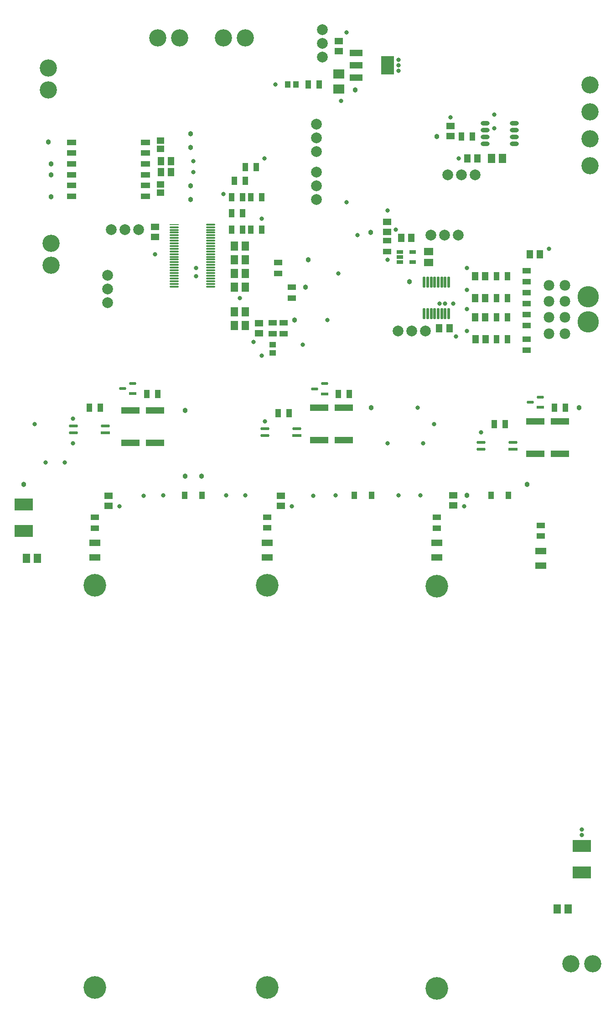
<source format=gts>
G04*
G04 #@! TF.GenerationSoftware,Altium Limited,Altium Designer,23.3.1 (30)*
G04*
G04 Layer_Color=8388736*
%FSLAX25Y25*%
%MOIN*%
G70*
G04*
G04 #@! TF.SameCoordinates,B9ADD834-6C2E-4723-A052-446894AFEB0A*
G04*
G04*
G04 #@! TF.FilePolarity,Negative*
G04*
G01*
G75*
%ADD30R,0.06901X0.01004*%
G04:AMPARAMS|DCode=31|XSize=69.01mil|YSize=10.04mil|CornerRadius=5.02mil|HoleSize=0mil|Usage=FLASHONLY|Rotation=0.000|XOffset=0mil|YOffset=0mil|HoleType=Round|Shape=RoundedRectangle|*
%AMROUNDEDRECTD31*
21,1,0.06901,0.00000,0,0,0.0*
21,1,0.05897,0.01004,0,0,0.0*
1,1,0.01004,0.02949,0.00000*
1,1,0.01004,-0.02949,0.00000*
1,1,0.01004,-0.02949,0.00000*
1,1,0.01004,0.02949,0.00000*
%
%ADD31ROUNDEDRECTD31*%
%ADD32R,0.06732X0.04000*%
%ADD35R,0.08000X0.04500*%
G04:AMPARAMS|DCode=36|XSize=53.36mil|YSize=22.14mil|CornerRadius=11.07mil|HoleSize=0mil|Usage=FLASHONLY|Rotation=180.000|XOffset=0mil|YOffset=0mil|HoleType=Round|Shape=RoundedRectangle|*
%AMROUNDEDRECTD36*
21,1,0.05336,0.00000,0,0,180.0*
21,1,0.03121,0.02214,0,0,180.0*
1,1,0.02214,-0.01561,0.00000*
1,1,0.02214,0.01561,0.00000*
1,1,0.02214,0.01561,0.00000*
1,1,0.02214,-0.01561,0.00000*
%
%ADD36ROUNDEDRECTD36*%
%ADD37R,0.05336X0.02214*%
G04:AMPARAMS|DCode=38|XSize=67.04mil|YSize=20.95mil|CornerRadius=10.48mil|HoleSize=0mil|Usage=FLASHONLY|Rotation=180.000|XOffset=0mil|YOffset=0mil|HoleType=Round|Shape=RoundedRectangle|*
%AMROUNDEDRECTD38*
21,1,0.06704,0.00000,0,0,180.0*
21,1,0.04609,0.02095,0,0,180.0*
1,1,0.02095,-0.02305,0.00000*
1,1,0.02095,0.02305,0.00000*
1,1,0.02095,0.02305,0.00000*
1,1,0.02095,-0.02305,0.00000*
%
%ADD38ROUNDEDRECTD38*%
%ADD39R,0.06704X0.02095*%
%ADD40R,0.13410X0.04560*%
%ADD48R,0.05131X0.03162*%
%ADD49O,0.02178X0.08083*%
%ADD50C,0.03800*%
%ADD51R,0.06509X0.05524*%
%ADD52R,0.06115X0.04343*%
%ADD53R,0.04343X0.06115*%
%ADD54R,0.06312X0.04934*%
%ADD55R,0.04934X0.06312*%
%ADD56R,0.05721X0.04540*%
%ADD57R,0.05524X0.06509*%
%ADD58R,0.04383X0.05603*%
%ADD59R,0.13200X0.08500*%
%ADD60R,0.04540X0.04343*%
%ADD61R,0.09265X0.13595*%
%ADD62R,0.09265X0.04737*%
%ADD63R,0.07887X0.06509*%
%ADD64R,0.04343X0.04540*%
%ADD65O,0.06509X0.03162*%
%ADD66C,0.07887*%
%ADD67C,0.07800*%
%ADD68C,0.15600*%
%ADD69C,0.12611*%
%ADD70C,0.16548*%
%ADD71C,0.03300*%
D30*
X122000Y573685D02*
D03*
D31*
Y571716D02*
D03*
Y569748D02*
D03*
Y567779D02*
D03*
Y565811D02*
D03*
Y563842D02*
D03*
Y561874D02*
D03*
Y559905D02*
D03*
Y557937D02*
D03*
Y555969D02*
D03*
Y554000D02*
D03*
Y552032D02*
D03*
Y550063D02*
D03*
Y548095D02*
D03*
Y546126D02*
D03*
Y544158D02*
D03*
Y542189D02*
D03*
Y540220D02*
D03*
Y538252D02*
D03*
Y536283D02*
D03*
Y534315D02*
D03*
Y532346D02*
D03*
Y530378D02*
D03*
Y528409D02*
D03*
X148576D02*
D03*
Y530378D02*
D03*
Y532346D02*
D03*
Y534315D02*
D03*
Y536283D02*
D03*
Y538252D02*
D03*
Y540220D02*
D03*
Y542189D02*
D03*
Y544158D02*
D03*
Y546126D02*
D03*
Y548095D02*
D03*
Y550063D02*
D03*
Y552032D02*
D03*
Y554000D02*
D03*
Y555969D02*
D03*
Y557937D02*
D03*
Y559905D02*
D03*
Y561874D02*
D03*
Y563842D02*
D03*
Y565811D02*
D03*
Y567779D02*
D03*
Y569748D02*
D03*
Y571716D02*
D03*
Y573685D02*
D03*
D32*
X46874Y633685D02*
D03*
Y625811D02*
D03*
Y617937D02*
D03*
Y610063D02*
D03*
Y602189D02*
D03*
Y594315D02*
D03*
X101126D02*
D03*
Y602189D02*
D03*
Y610063D02*
D03*
Y617937D02*
D03*
Y625811D02*
D03*
Y633685D02*
D03*
D35*
X314000Y341250D02*
D03*
Y330750D02*
D03*
X390000Y335250D02*
D03*
Y324750D02*
D03*
X190000Y341250D02*
D03*
Y330750D02*
D03*
X64000D02*
D03*
Y341250D02*
D03*
D36*
X382356Y444000D02*
D03*
X389644Y447740D02*
D03*
X224713Y453740D02*
D03*
X232000Y457480D02*
D03*
X84356Y454000D02*
D03*
X91644Y457740D02*
D03*
D37*
X389644Y440260D02*
D03*
X232000Y450000D02*
D03*
X91644Y450260D02*
D03*
D38*
X188188Y419500D02*
D03*
Y424500D02*
D03*
X211812D02*
D03*
X48188Y421500D02*
D03*
Y426500D02*
D03*
X71812D02*
D03*
X346188Y409500D02*
D03*
Y414500D02*
D03*
X369812D02*
D03*
D39*
X211812Y419500D02*
D03*
X71812Y421500D02*
D03*
X369812Y409500D02*
D03*
D40*
X386000Y429819D02*
D03*
Y406181D02*
D03*
X404000Y429819D02*
D03*
Y406181D02*
D03*
X246000Y439819D02*
D03*
Y416181D02*
D03*
X228000Y439819D02*
D03*
Y416181D02*
D03*
X90000Y437819D02*
D03*
Y414181D02*
D03*
X108000Y437819D02*
D03*
Y414181D02*
D03*
D48*
X296465Y553740D02*
D03*
Y546260D02*
D03*
X287016D02*
D03*
Y550000D02*
D03*
Y553740D02*
D03*
D49*
X322697Y531516D02*
D03*
X320138D02*
D03*
X317579D02*
D03*
X315020D02*
D03*
X312461D02*
D03*
X309902D02*
D03*
X307343D02*
D03*
X304783D02*
D03*
X322697Y508484D02*
D03*
X320138D02*
D03*
X317579D02*
D03*
X315020D02*
D03*
X312461D02*
D03*
X309902D02*
D03*
X307343D02*
D03*
X304783D02*
D03*
D50*
X294000Y532000D02*
D03*
X265740Y568000D02*
D03*
X220000Y548000D02*
D03*
X218000Y528000D02*
D03*
X32000Y618000D02*
D03*
Y610000D02*
D03*
X30000Y634000D02*
D03*
X32000Y594000D02*
D03*
X134000Y640000D02*
D03*
Y592000D02*
D03*
Y630000D02*
D03*
Y602000D02*
D03*
X142000Y390000D02*
D03*
X130000D02*
D03*
X210000Y504000D02*
D03*
X418000Y440000D02*
D03*
X380000Y384000D02*
D03*
X336000Y376000D02*
D03*
X12000Y384000D02*
D03*
X266000Y440000D02*
D03*
X130000Y438000D02*
D03*
X254484Y672000D02*
D03*
X314063Y638000D02*
D03*
D51*
X308000Y546063D02*
D03*
Y553937D02*
D03*
D52*
X277740Y561937D02*
D03*
Y554063D02*
D03*
X379740Y482063D02*
D03*
Y489937D02*
D03*
Y500063D02*
D03*
Y507937D02*
D03*
Y516063D02*
D03*
Y523937D02*
D03*
Y532063D02*
D03*
Y539937D02*
D03*
X208000Y520063D02*
D03*
Y527937D02*
D03*
X198000Y545937D02*
D03*
Y538063D02*
D03*
X314000Y352063D02*
D03*
Y359937D02*
D03*
X390000Y346126D02*
D03*
Y354000D02*
D03*
X190000Y352126D02*
D03*
Y360000D02*
D03*
X194000Y494063D02*
D03*
Y501937D02*
D03*
X202000Y494063D02*
D03*
Y501937D02*
D03*
X64000Y359874D02*
D03*
Y352000D02*
D03*
D53*
X357803Y490000D02*
D03*
X365677D02*
D03*
X357740Y506000D02*
D03*
X365614D02*
D03*
X357803Y520000D02*
D03*
X365677D02*
D03*
X357803Y536000D02*
D03*
X365677D02*
D03*
X172000Y593736D02*
D03*
X164126D02*
D03*
X178063Y570000D02*
D03*
X185937D02*
D03*
X171937Y582000D02*
D03*
X164063D02*
D03*
X185937Y593736D02*
D03*
X178063D02*
D03*
X164063Y570000D02*
D03*
X171937D02*
D03*
X173937Y605736D02*
D03*
X166063D02*
D03*
X181937Y615736D02*
D03*
X174063D02*
D03*
X400000Y440000D02*
D03*
X407874D02*
D03*
X205937Y436000D02*
D03*
X198063D02*
D03*
X242063Y450000D02*
D03*
X249937D02*
D03*
X67874Y440000D02*
D03*
X60000D02*
D03*
X363937Y428000D02*
D03*
X356063D02*
D03*
X102000Y450000D02*
D03*
X109874D02*
D03*
X220063Y676000D02*
D03*
X227937D02*
D03*
X340000Y638000D02*
D03*
X332126D02*
D03*
D54*
X277740Y568260D02*
D03*
Y575740D02*
D03*
X108000Y572000D02*
D03*
Y564520D02*
D03*
X326000Y368520D02*
D03*
Y376000D02*
D03*
X200000Y368260D02*
D03*
Y375740D02*
D03*
X184000Y494260D02*
D03*
Y501740D02*
D03*
X74000Y375740D02*
D03*
Y368260D02*
D03*
X242484Y707740D02*
D03*
Y700260D02*
D03*
X324063Y645740D02*
D03*
Y638260D02*
D03*
D55*
X288000Y564000D02*
D03*
X295480D02*
D03*
X315740Y498000D02*
D03*
X323220D02*
D03*
X349480Y536000D02*
D03*
X342000D02*
D03*
X349480Y520000D02*
D03*
X342000D02*
D03*
X349480Y506000D02*
D03*
X342000D02*
D03*
X349740Y490000D02*
D03*
X342260D02*
D03*
X389480Y552000D02*
D03*
X382000D02*
D03*
X112260Y620000D02*
D03*
X119740D02*
D03*
X119740Y612000D02*
D03*
X112260D02*
D03*
X343740Y622000D02*
D03*
X336260D02*
D03*
D56*
X112000Y596949D02*
D03*
Y603051D02*
D03*
Y635051D02*
D03*
Y628949D02*
D03*
D57*
X173937Y538000D02*
D03*
X166063D02*
D03*
X173937Y528000D02*
D03*
X166063D02*
D03*
X174000Y510000D02*
D03*
X166126D02*
D03*
X173937Y500000D02*
D03*
X166063D02*
D03*
X173937Y548000D02*
D03*
X166063D02*
D03*
X173937Y558000D02*
D03*
X166063D02*
D03*
X402000Y74000D02*
D03*
X409874D02*
D03*
X22000Y330000D02*
D03*
X14126D02*
D03*
X362000Y622000D02*
D03*
X354126D02*
D03*
D58*
X266437Y376000D02*
D03*
X253563D02*
D03*
X366437D02*
D03*
X353563D02*
D03*
X142437D02*
D03*
X129563D02*
D03*
D59*
X420000Y100700D02*
D03*
Y120000D02*
D03*
X12000Y369300D02*
D03*
Y350000D02*
D03*
D60*
X194000Y486000D02*
D03*
Y479898D02*
D03*
D61*
X278000Y690000D02*
D03*
D62*
X254969Y680945D02*
D03*
Y690000D02*
D03*
Y699055D02*
D03*
D63*
X242484Y683512D02*
D03*
Y672488D02*
D03*
D64*
X211051Y676000D02*
D03*
X204949D02*
D03*
D65*
X349335Y647500D02*
D03*
Y642500D02*
D03*
Y637500D02*
D03*
Y632500D02*
D03*
X370791Y647500D02*
D03*
Y642500D02*
D03*
Y637500D02*
D03*
Y632500D02*
D03*
D66*
X73500Y536500D02*
D03*
Y526500D02*
D03*
Y516500D02*
D03*
X226000Y647000D02*
D03*
Y637000D02*
D03*
Y627000D02*
D03*
Y612000D02*
D03*
Y602000D02*
D03*
Y592000D02*
D03*
X285740Y496000D02*
D03*
X295740D02*
D03*
X305740D02*
D03*
X309740Y566000D02*
D03*
X319740D02*
D03*
X329740D02*
D03*
X96000Y570000D02*
D03*
X86000D02*
D03*
X76000D02*
D03*
X322000Y610000D02*
D03*
X332000D02*
D03*
X342000D02*
D03*
X230484Y716000D02*
D03*
Y706000D02*
D03*
Y696000D02*
D03*
D67*
X395877Y494000D02*
D03*
Y505800D02*
D03*
X407677D02*
D03*
Y494000D02*
D03*
Y517600D02*
D03*
Y529400D02*
D03*
X395877D02*
D03*
Y517600D02*
D03*
D68*
X424677Y502500D02*
D03*
Y521000D02*
D03*
D69*
X30000Y688000D02*
D03*
Y672000D02*
D03*
X32000Y560000D02*
D03*
Y544000D02*
D03*
X110000Y710000D02*
D03*
X126000D02*
D03*
X174000D02*
D03*
X158000D02*
D03*
X428000Y34000D02*
D03*
X412000D02*
D03*
X426000Y616630D02*
D03*
Y675685D02*
D03*
Y656000D02*
D03*
Y636315D02*
D03*
D70*
X314000Y16000D02*
D03*
Y309701D02*
D03*
X190000Y16650D02*
D03*
Y310350D02*
D03*
X64000D02*
D03*
Y16650D02*
D03*
D71*
X278000Y414000D02*
D03*
X304000D02*
D03*
X48000D02*
D03*
X20000Y428000D02*
D03*
X242000Y538000D02*
D03*
X248000Y590000D02*
D03*
X234000Y504000D02*
D03*
X138000Y536000D02*
D03*
Y542000D02*
D03*
X108000Y552000D02*
D03*
X316000Y516000D02*
D03*
X278000Y584000D02*
D03*
X284000Y570000D02*
D03*
X278000Y548000D02*
D03*
X336000Y542000D02*
D03*
Y526000D02*
D03*
X320000Y516000D02*
D03*
X326000D02*
D03*
X396000Y556000D02*
D03*
X336000Y512000D02*
D03*
Y496000D02*
D03*
X256000Y566000D02*
D03*
X328000Y492000D02*
D03*
X170000Y520000D02*
D03*
X286000Y694000D02*
D03*
Y690000D02*
D03*
X136000Y612000D02*
D03*
Y620000D02*
D03*
X196000Y676000D02*
D03*
X244000Y664000D02*
D03*
X248000Y714000D02*
D03*
X286000Y686000D02*
D03*
X356000Y644000D02*
D03*
Y654000D02*
D03*
X324000Y652000D02*
D03*
X330000Y622000D02*
D03*
X188000D02*
D03*
X158000Y596000D02*
D03*
X186000Y578000D02*
D03*
X216000Y486000D02*
D03*
X180000Y488000D02*
D03*
X186000Y478000D02*
D03*
X48000Y432000D02*
D03*
X188188Y429812D02*
D03*
X346188Y421812D02*
D03*
X312000Y428000D02*
D03*
X300000Y440000D02*
D03*
X302000Y376000D02*
D03*
X286000D02*
D03*
X240000D02*
D03*
X223740Y375740D02*
D03*
X174000Y376000D02*
D03*
X160000D02*
D03*
X114000D02*
D03*
X99740Y375740D02*
D03*
X28000Y400000D02*
D03*
X42000D02*
D03*
X334000Y368000D02*
D03*
X208000D02*
D03*
X82000D02*
D03*
X420000Y132000D02*
D03*
Y128000D02*
D03*
M02*

</source>
